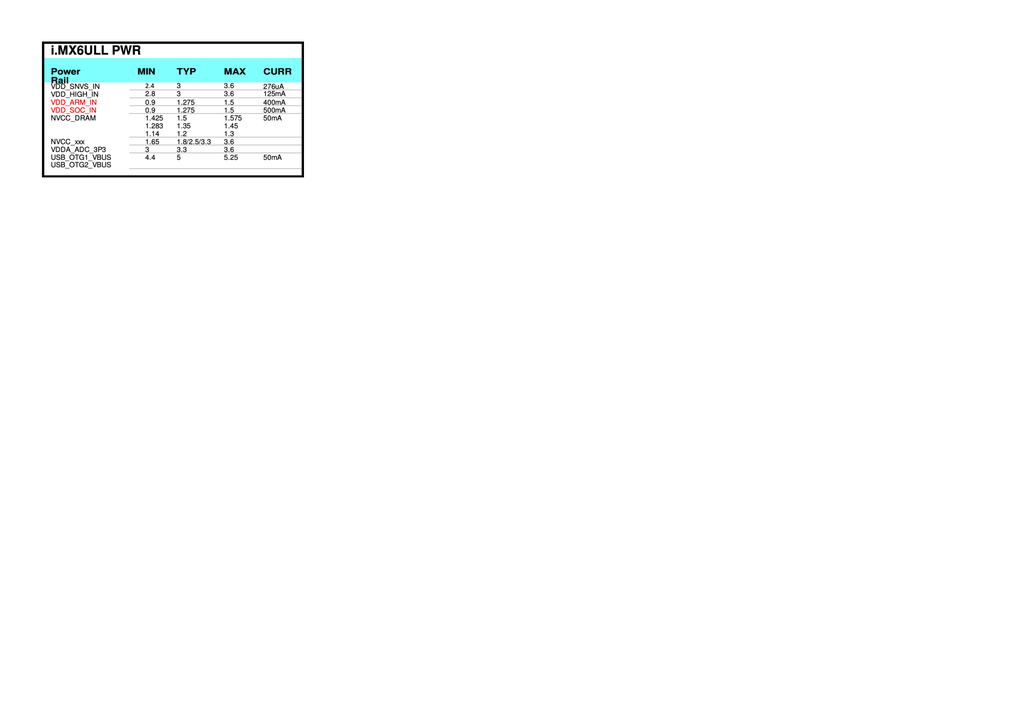
<source format=kicad_sch>
(kicad_sch (version 20211123) (generator eeschema)
  (paper "A4")
  (lib_symbols)
  (image (at 50.165 31.75) (scale 0.725035))
)
</source>
